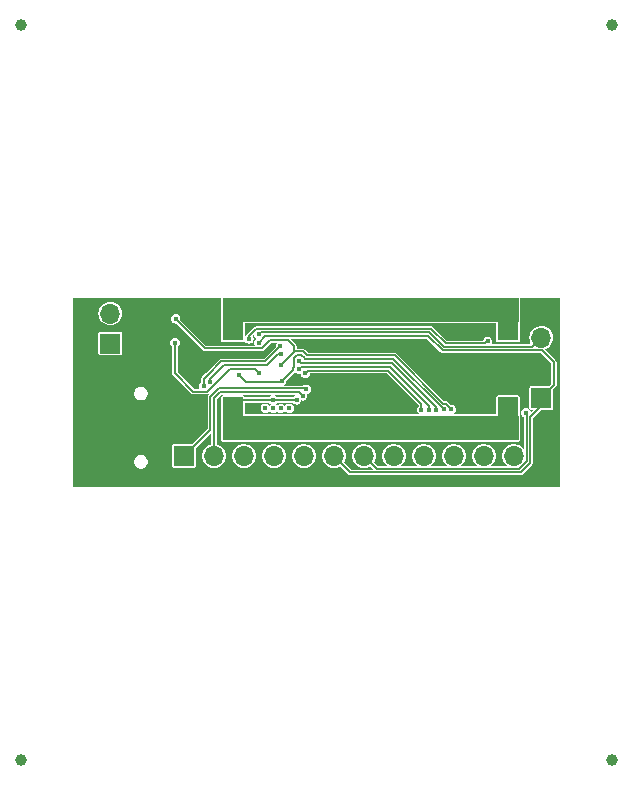
<source format=gbl>
G04 #@! TF.GenerationSoftware,KiCad,Pcbnew,8.0.8*
G04 #@! TF.CreationDate,2025-01-19T18:12:55-05:00*
G04 #@! TF.ProjectId,panel,70616e65-6c2e-46b6-9963-61645f706362,rev?*
G04 #@! TF.SameCoordinates,Original*
G04 #@! TF.FileFunction,Copper,L2,Bot*
G04 #@! TF.FilePolarity,Positive*
%FSLAX46Y46*%
G04 Gerber Fmt 4.6, Leading zero omitted, Abs format (unit mm)*
G04 Created by KiCad (PCBNEW 8.0.8) date 2025-01-19 18:12:55*
%MOMM*%
%LPD*%
G01*
G04 APERTURE LIST*
G04 Aperture macros list*
%AMFreePoly0*
4,1,5,12.500000,-1.000000,-12.500000,-1.000000,-12.500000,1.000000,12.500000,1.000000,12.500000,-1.000000,12.500000,-1.000000,$1*%
G04 Aperture macros list end*
G04 #@! TA.AperFunction,ComponentPad*
%ADD10R,1.700000X1.700000*%
G04 #@! TD*
G04 #@! TA.AperFunction,ComponentPad*
%ADD11O,1.700000X1.700000*%
G04 #@! TD*
G04 #@! TA.AperFunction,ComponentPad*
%ADD12O,2.100000X1.000000*%
G04 #@! TD*
G04 #@! TA.AperFunction,ComponentPad*
%ADD13O,1.800000X1.000000*%
G04 #@! TD*
G04 #@! TA.AperFunction,SMDPad,CuDef*
%ADD14C,1.000000*%
G04 #@! TD*
G04 #@! TA.AperFunction,SMDPad,CuDef*
%ADD15FreePoly0,180.000000*%
G04 #@! TD*
G04 #@! TA.AperFunction,ViaPad*
%ADD16C,0.450000*%
G04 #@! TD*
G04 #@! TA.AperFunction,Conductor*
%ADD17C,0.150000*%
G04 #@! TD*
G04 #@! TA.AperFunction,Conductor*
%ADD18C,0.200000*%
G04 #@! TD*
G04 APERTURE END LIST*
D10*
G04 #@! TO.P,J4,1,Pin_1*
G04 #@! TO.N,Board_0-/AUX1 (VDC)*
X23800000Y-40380000D03*
D11*
G04 #@! TO.P,J4,2,Pin_2*
G04 #@! TO.N,Board_0-/AUX2 (VDC)*
X26340000Y-40380000D03*
G04 #@! TO.P,J4,3,Pin_3*
G04 #@! TO.N,Board_0-/AUX3*
X28880000Y-40380000D03*
G04 #@! TO.P,J4,4,Pin_4*
G04 #@! TO.N,Board_0-/AUX4*
X31420000Y-40380000D03*
G04 #@! TO.P,J4,5,Pin_5*
G04 #@! TO.N,Board_0-/AUX10*
X33960000Y-40380000D03*
G04 #@! TO.P,J4,6,Pin_6*
G04 #@! TO.N,Board_0-/AUX11*
X36500000Y-40380000D03*
G04 #@! TO.P,J4,7,Pin_7*
G04 #@! TO.N,Board_0-/AUX12*
X39040000Y-40380000D03*
G04 #@! TO.P,J4,8,Pin_8*
G04 #@! TO.N,Board_0-/CAP+*
X41580000Y-40380000D03*
G04 #@! TO.P,J4,9,Pin_9*
G04 #@! TO.N,Board_0-/MOTOR_A*
X44120000Y-40380000D03*
G04 #@! TO.P,J4,10,Pin_10*
G04 #@! TO.N,Board_0-/MOTOR_B*
X46660000Y-40380000D03*
G04 #@! TO.P,J4,11,Pin_11*
G04 #@! TO.N,Board_0-VDC*
X49200000Y-40380000D03*
G04 #@! TO.P,J4,12,Pin_12*
G04 #@! TO.N,Board_0-VCC*
X51740000Y-40380000D03*
G04 #@! TO.P,J4,13,Pin_13*
G04 #@! TO.N,Board_0-GND*
X54280000Y-40380000D03*
G04 #@! TD*
D10*
G04 #@! TO.P,J2,1,Pin_1*
G04 #@! TO.N,Board_0-/AUX11*
X54050000Y-35450000D03*
D11*
G04 #@! TO.P,J2,2,Pin_2*
G04 #@! TO.N,Board_0-GND*
X54050000Y-32910000D03*
G04 #@! TO.P,J2,3,Pin_3*
G04 #@! TO.N,Board_0-/AUX12*
X54050000Y-30370000D03*
G04 #@! TD*
D12*
G04 #@! TO.P,P1,S1,SHIELD*
G04 #@! TO.N,Board_0-GND*
X20655000Y-33660000D03*
D13*
X16475000Y-33660000D03*
D12*
X20655000Y-42300000D03*
D13*
X16475000Y-42300000D03*
G04 #@! TD*
D10*
G04 #@! TO.P,J3,1,Pin_1*
G04 #@! TO.N,Board_0-/D+*
X17560000Y-30855000D03*
D11*
G04 #@! TO.P,J3,2,Pin_2*
G04 #@! TO.N,Board_0-/D-*
X17560000Y-28315000D03*
G04 #@! TD*
D14*
G04 #@! TO.P,KiKit_FID_B_1,*
G04 #@! TO.N,*
X10000000Y-3850000D03*
G04 #@! TD*
G04 #@! TO.P,KiKit_FID_B_3,*
G04 #@! TO.N,*
X10000000Y-66150000D03*
G04 #@! TD*
G04 #@! TO.P,KiKit_FID_B_2,*
G04 #@! TO.N,*
X60000000Y-3850000D03*
G04 #@! TD*
G04 #@! TO.P,KiKit_FID_B_4,*
G04 #@! TO.N,*
X60000000Y-66150000D03*
G04 #@! TD*
D10*
G04 #@! TO.P,J8,1,Pin_1*
G04 #@! TO.N,Board_0-/TRACK_LEFT*
X51250000Y-29750000D03*
D15*
X39600000Y-28000000D03*
D10*
X27950000Y-29750000D03*
G04 #@! TO.P,J8,2,Pin_2*
G04 #@! TO.N,Board_0-/TRACK_RIGHT*
X51250000Y-36250000D03*
D15*
X39600000Y-38000000D03*
D10*
X27950000Y-36250000D03*
G04 #@! TD*
D16*
G04 #@! TO.N,Board_0-+5V*
X29290000Y-30460000D03*
X49500000Y-30670000D03*
G04 #@! TO.N,Board_0-/AUX1 (VDC)*
X34150000Y-34730000D03*
G04 #@! TO.N,Board_0-/AUX10*
X23040000Y-30770000D03*
X30170000Y-33380000D03*
G04 #@! TO.N,Board_0-/AUX11*
X30120000Y-30780000D03*
G04 #@! TO.N,Board_0-/AUX12*
X52760000Y-36730000D03*
X30120000Y-30080000D03*
G04 #@! TO.N,Board_0-/AUX2 (VDC)*
X33846481Y-35278041D03*
G04 #@! TO.N,Board_0-/AUX5 (VDC)*
X30690000Y-36340000D03*
G04 #@! TO.N,Board_0-/AUX6 (VDC)*
X31364997Y-36350000D03*
G04 #@! TO.N,Board_0-/AUX7 (VDC)*
X32700000Y-36340000D03*
G04 #@! TO.N,Board_0-/AUX8 (VDC)*
X31990000Y-36350000D03*
G04 #@! TO.N,Board_0-/CAP+*
X34070000Y-33390000D03*
X43910000Y-36450000D03*
G04 #@! TO.N,Board_0-/D+*
X25480000Y-34470000D03*
X31970000Y-31070000D03*
G04 #@! TO.N,Board_0-/D-*
X31980000Y-31740000D03*
X25966724Y-34077917D03*
G04 #@! TO.N,Board_0-/MOTOR_A*
X33540000Y-33010000D03*
X44535003Y-36450000D03*
G04 #@! TO.N,Board_0-/MOTOR_B*
X45160006Y-36450000D03*
X33550000Y-32300000D03*
G04 #@! TO.N,Board_0-/TRACK_RIGHT*
X33330000Y-35630000D03*
X31330000Y-35630000D03*
G04 #@! TO.N,Board_0-GND*
X33840000Y-30950000D03*
X29720000Y-31890000D03*
X24500000Y-35940000D03*
X33610000Y-36310000D03*
G04 #@! TO.N,Board_0-VCC*
X31990000Y-32710000D03*
X46409843Y-36429519D03*
X23100000Y-28770000D03*
G04 #@! TO.N,Board_0-VDC*
X28450000Y-33490000D03*
X45784922Y-36439585D03*
X32060000Y-34070000D03*
G04 #@! TD*
D17*
G04 #@! TO.N,Board_0-+5V*
X45969264Y-30845000D02*
X44729264Y-29605000D01*
X29915000Y-29605000D02*
X29290000Y-30230000D01*
X44729264Y-29605000D02*
X29915000Y-29605000D01*
X49500000Y-30670000D02*
X49325000Y-30845000D01*
X29290000Y-30230000D02*
X29290000Y-30460000D01*
X49325000Y-30845000D02*
X45969264Y-30845000D01*
G04 #@! TO.N,Board_0-/AUX1 (VDC)*
X34070000Y-34650000D02*
X26755736Y-34650000D01*
X34150000Y-34730000D02*
X34070000Y-34650000D01*
X26040000Y-35365736D02*
X26040000Y-38140000D01*
X26755736Y-34650000D02*
X26040000Y-35365736D01*
X26040000Y-38140000D02*
X23800000Y-40380000D01*
G04 #@! TO.N,Board_0-/AUX10*
X29805000Y-33015000D02*
X30170000Y-33380000D01*
X27701393Y-33015000D02*
X29805000Y-33015000D01*
X23040000Y-33380000D02*
X24605000Y-34945000D01*
X23040000Y-30770000D02*
X23040000Y-33380000D01*
X25771393Y-34945000D02*
X27701393Y-33015000D01*
X24605000Y-34945000D02*
X25771393Y-34945000D01*
G04 #@! TO.N,Board_0-/AUX11*
X37875000Y-41755000D02*
X36500000Y-40380000D01*
X30120000Y-30780000D02*
X30695000Y-30205000D01*
X53115000Y-40949544D02*
X52309544Y-41755000D01*
X45698984Y-31445000D02*
X54145000Y-31445000D01*
X44458984Y-30205000D02*
X45698984Y-31445000D01*
X54100000Y-35500000D02*
X54100000Y-36100000D01*
X52309544Y-41755000D02*
X37875000Y-41755000D01*
X54100000Y-36100000D02*
X53115000Y-37085000D01*
X54145000Y-31445000D02*
X55125000Y-32425000D01*
X55125000Y-32425000D02*
X55125000Y-34375000D01*
X30695000Y-30205000D02*
X44458984Y-30205000D01*
X53115000Y-37085000D02*
X53115000Y-40949544D01*
X55125000Y-34375000D02*
X54050000Y-35450000D01*
G04 #@! TO.N,Board_0-/AUX12*
X40115000Y-41455000D02*
X39040000Y-40380000D01*
X30295000Y-29905000D02*
X44583248Y-29905000D01*
X44583248Y-29905000D02*
X45823248Y-31145000D01*
X30120000Y-30080000D02*
X30295000Y-29905000D01*
X52760000Y-36730000D02*
X52815000Y-36785000D01*
X52815000Y-36785000D02*
X52815000Y-40825280D01*
X52185280Y-41455000D02*
X40115000Y-41455000D01*
X52815000Y-40825280D02*
X52185280Y-41455000D01*
X45823248Y-31145000D02*
X53275000Y-31145000D01*
X53275000Y-31145000D02*
X54050000Y-30370000D01*
G04 #@! TO.N,Board_0-/AUX2 (VDC)*
X33518440Y-34950000D02*
X26880000Y-34950000D01*
X33846481Y-35278041D02*
X33518440Y-34950000D01*
X26340000Y-35490000D02*
X26340000Y-40380000D01*
X26880000Y-34950000D02*
X26340000Y-35490000D01*
G04 #@! TO.N,Board_0-/CAP+*
X41112544Y-33145000D02*
X34315000Y-33145000D01*
X34315000Y-33145000D02*
X34070000Y-33390000D01*
X43910000Y-35942456D02*
X41112544Y-33145000D01*
X43910000Y-36450000D02*
X43910000Y-35942456D01*
G04 #@! TO.N,Board_0-/D+*
X25795000Y-33515000D02*
X26940000Y-32370000D01*
X30670000Y-32370000D02*
X31970000Y-31070000D01*
X25480000Y-34470000D02*
X25480000Y-33828248D01*
X26940000Y-32370000D02*
X30670000Y-32370000D01*
X25480000Y-33828248D02*
X25793248Y-33515000D01*
X25793248Y-33515000D02*
X25795000Y-33515000D01*
G04 #@! TO.N,Board_0-/D-*
X31724264Y-31740000D02*
X31980000Y-31740000D01*
X25966724Y-33853276D02*
X27150000Y-32670000D01*
X25966724Y-34077917D02*
X25966724Y-33853276D01*
X27150000Y-32670000D02*
X30794264Y-32670000D01*
X30794264Y-32670000D02*
X31724264Y-31740000D01*
D18*
G04 #@! TO.N,Board_0-/MOTOR_A*
X44535003Y-36107839D02*
X41247164Y-32820000D01*
X33730000Y-32820000D02*
X33540000Y-33010000D01*
X44535003Y-36450000D02*
X44535003Y-36107839D01*
X41247164Y-32820000D02*
X33730000Y-32820000D01*
G04 #@! TO.N,Board_0-/MOTOR_B*
X45160006Y-36237868D02*
X41392138Y-32470000D01*
X33720000Y-32470000D02*
X33550000Y-32300000D01*
X41392138Y-32470000D02*
X33720000Y-32470000D01*
X45160006Y-36450000D02*
X45160006Y-36237868D01*
D17*
G04 #@! TO.N,Board_0-/TRACK_RIGHT*
X31330000Y-35630000D02*
X28570000Y-35630000D01*
X28570000Y-35630000D02*
X27950000Y-36250000D01*
X31330000Y-35630000D02*
X33330000Y-35630000D01*
G04 #@! TO.N,Board_0-VCC*
X33073496Y-31643496D02*
X33118496Y-31598496D01*
X45770607Y-35964585D02*
X45981674Y-35964585D01*
X33871016Y-31525000D02*
X34191016Y-31845000D01*
X32620000Y-30580000D02*
X31070000Y-30580000D01*
X32006992Y-32710000D02*
X33073496Y-31643496D01*
X33073496Y-31643496D02*
X33191992Y-31525000D01*
X41651022Y-31845000D02*
X45770607Y-35964585D01*
X31070000Y-30580000D02*
X30395000Y-31255000D01*
X31990000Y-32710000D02*
X32006992Y-32710000D01*
X34191016Y-31845000D02*
X41651022Y-31845000D01*
X46409843Y-36392754D02*
X46409843Y-36429519D01*
X33191992Y-31525000D02*
X33871016Y-31525000D01*
X45981674Y-35964585D02*
X46409843Y-36392754D01*
X25585000Y-31255000D02*
X23100000Y-28770000D01*
X33118496Y-31078496D02*
X32620000Y-30580000D01*
X30395000Y-31255000D02*
X25585000Y-31255000D01*
X33118496Y-31598496D02*
X33118496Y-31078496D01*
G04 #@! TO.N,Board_0-VDC*
X29040000Y-34080000D02*
X28450000Y-33490000D01*
X33075000Y-32103248D02*
X33353248Y-31825000D01*
X33065000Y-33065000D02*
X33065000Y-32813248D01*
X32060000Y-34070000D02*
X32050000Y-34080000D01*
X32050000Y-34080000D02*
X29040000Y-34080000D01*
X34025000Y-32103248D02*
X34025000Y-32115000D01*
X45784922Y-36403164D02*
X45784922Y-36439585D01*
X34025000Y-32115000D02*
X34055000Y-32145000D01*
X33075000Y-32803248D02*
X33075000Y-32103248D01*
X41526758Y-32145000D02*
X45784922Y-36403164D01*
X34055000Y-32145000D02*
X41526758Y-32145000D01*
X33353248Y-31825000D02*
X33746752Y-31825000D01*
X33065000Y-32813248D02*
X33075000Y-32803248D01*
X33746752Y-31825000D02*
X34025000Y-32103248D01*
X32060000Y-34070000D02*
X33065000Y-33065000D01*
G04 #@! TD*
G04 #@! TA.AperFunction,Conductor*
G04 #@! TO.N,Board_0-GND*
G36*
X26937471Y-27007529D02*
G01*
X26944500Y-27024500D01*
X26944500Y-28999999D01*
X26948682Y-29015608D01*
X26949500Y-29021819D01*
X26949500Y-30614824D01*
X26958232Y-30658722D01*
X26983545Y-30696604D01*
X26991496Y-30708504D01*
X27004704Y-30717329D01*
X27041277Y-30741767D01*
X27084015Y-30750268D01*
X27085180Y-30750500D01*
X27085184Y-30750500D01*
X28814816Y-30750500D01*
X28814820Y-30750500D01*
X28858722Y-30741767D01*
X28908504Y-30708504D01*
X28919015Y-30692772D01*
X28934287Y-30682567D01*
X28952303Y-30686150D01*
X28960355Y-30695212D01*
X28961947Y-30698338D01*
X28961950Y-30698342D01*
X29051658Y-30788050D01*
X29051660Y-30788051D01*
X29051661Y-30788052D01*
X29164693Y-30845645D01*
X29164694Y-30845645D01*
X29164696Y-30845646D01*
X29290000Y-30865492D01*
X29415304Y-30845646D01*
X29528342Y-30788050D01*
X29618050Y-30698342D01*
X29675646Y-30585304D01*
X29695492Y-30460000D01*
X29675646Y-30334696D01*
X29675645Y-30334694D01*
X29675645Y-30334693D01*
X29625695Y-30236661D01*
X29624254Y-30218349D01*
X29630104Y-30208799D01*
X29687274Y-30151630D01*
X29704241Y-30144603D01*
X29721212Y-30151632D01*
X29727945Y-30164848D01*
X29734353Y-30205303D01*
X29734353Y-30205304D01*
X29791947Y-30318338D01*
X29791948Y-30318339D01*
X29791950Y-30318342D01*
X29881658Y-30408050D01*
X29881660Y-30408051D01*
X29881661Y-30408052D01*
X29882769Y-30408617D01*
X29894697Y-30422586D01*
X29893254Y-30440898D01*
X29882769Y-30451383D01*
X29881661Y-30451947D01*
X29791947Y-30541661D01*
X29734354Y-30654693D01*
X29714508Y-30780000D01*
X29734354Y-30905306D01*
X29779854Y-30994604D01*
X29781295Y-31012916D01*
X29769366Y-31026884D01*
X29758470Y-31029500D01*
X25688347Y-31029500D01*
X25671376Y-31022471D01*
X23502299Y-28853394D01*
X23495270Y-28836423D01*
X23495566Y-28832668D01*
X23505492Y-28770002D01*
X23494362Y-28699727D01*
X23485646Y-28644696D01*
X23485645Y-28644694D01*
X23485645Y-28644693D01*
X23428052Y-28531661D01*
X23428051Y-28531660D01*
X23428050Y-28531658D01*
X23338342Y-28441950D01*
X23338339Y-28441948D01*
X23338338Y-28441947D01*
X23225306Y-28384354D01*
X23100000Y-28364508D01*
X22974693Y-28384354D01*
X22861661Y-28441947D01*
X22771947Y-28531661D01*
X22714354Y-28644693D01*
X22694508Y-28770000D01*
X22714354Y-28895306D01*
X22771947Y-29008338D01*
X22771948Y-29008339D01*
X22771950Y-29008342D01*
X22861658Y-29098050D01*
X22861660Y-29098051D01*
X22861661Y-29098052D01*
X22974693Y-29155645D01*
X22974694Y-29155645D01*
X22974696Y-29155646D01*
X23100000Y-29175492D01*
X23100000Y-29175491D01*
X23100002Y-29175492D01*
X23100003Y-29175492D01*
X23138567Y-29169383D01*
X23162668Y-29165566D01*
X23180530Y-29169853D01*
X23183394Y-29172299D01*
X25392459Y-31381364D01*
X25392472Y-31381379D01*
X25428065Y-31416971D01*
X25457264Y-31446170D01*
X25491595Y-31460390D01*
X25540145Y-31480501D01*
X25540146Y-31480501D01*
X25632645Y-31480501D01*
X25632653Y-31480500D01*
X30347347Y-31480500D01*
X30347355Y-31480501D01*
X30350145Y-31480501D01*
X30439856Y-31480501D01*
X30513052Y-31450181D01*
X30522736Y-31446170D01*
X30586170Y-31382736D01*
X30586170Y-31382734D01*
X31156376Y-30812529D01*
X31173347Y-30805500D01*
X31616113Y-30805500D01*
X31633084Y-30812529D01*
X31640113Y-30829500D01*
X31637497Y-30840396D01*
X31584354Y-30944693D01*
X31564508Y-31070000D01*
X31574433Y-31132669D01*
X31570144Y-31150530D01*
X31567699Y-31153394D01*
X30583624Y-32137471D01*
X30566653Y-32144500D01*
X26987653Y-32144500D01*
X26987645Y-32144499D01*
X26984855Y-32144499D01*
X26895146Y-32144499D01*
X26895145Y-32144499D01*
X26862304Y-32158103D01*
X26862303Y-32158103D01*
X26812265Y-32178828D01*
X26748829Y-32242263D01*
X26748830Y-32242264D01*
X26748829Y-32242265D01*
X25671877Y-33319216D01*
X25667312Y-33322270D01*
X25667477Y-33322517D01*
X25665510Y-33323831D01*
X25602077Y-33387263D01*
X25602078Y-33387264D01*
X25602077Y-33387265D01*
X25352265Y-33637077D01*
X25352264Y-33637078D01*
X25352263Y-33637077D01*
X25288830Y-33700511D01*
X25285709Y-33708048D01*
X25285708Y-33708050D01*
X25254499Y-33783392D01*
X25254499Y-33875892D01*
X25254500Y-33875901D01*
X25254500Y-34120699D01*
X25247471Y-34137670D01*
X25243158Y-34140804D01*
X25243185Y-34140841D01*
X25241660Y-34141948D01*
X25151947Y-34231661D01*
X25094354Y-34344693D01*
X25074508Y-34470000D01*
X25094354Y-34595306D01*
X25139854Y-34684604D01*
X25141295Y-34702916D01*
X25129366Y-34716884D01*
X25118470Y-34719500D01*
X24708347Y-34719500D01*
X24691376Y-34712471D01*
X23272529Y-33293624D01*
X23265500Y-33276653D01*
X23265500Y-31119300D01*
X23272529Y-31102329D01*
X23276840Y-31099198D01*
X23276813Y-31099160D01*
X23278334Y-31098054D01*
X23278342Y-31098050D01*
X23368050Y-31008342D01*
X23425646Y-30895304D01*
X23445492Y-30770000D01*
X23425646Y-30644696D01*
X23425645Y-30644694D01*
X23425645Y-30644693D01*
X23368052Y-30531661D01*
X23368051Y-30531660D01*
X23368050Y-30531658D01*
X23278342Y-30441950D01*
X23278339Y-30441948D01*
X23278338Y-30441947D01*
X23165306Y-30384354D01*
X23040000Y-30364508D01*
X22914693Y-30384354D01*
X22801661Y-30441947D01*
X22711947Y-30531661D01*
X22654354Y-30644693D01*
X22634508Y-30770000D01*
X22654354Y-30895306D01*
X22711947Y-31008338D01*
X22711948Y-31008339D01*
X22711950Y-31008342D01*
X22801658Y-31098050D01*
X22801662Y-31098052D01*
X22803187Y-31099160D01*
X22802850Y-31099623D01*
X22813323Y-31111877D01*
X22814500Y-31119300D01*
X22814500Y-33333203D01*
X22814499Y-33333217D01*
X22814499Y-33424855D01*
X22822904Y-33445145D01*
X22822904Y-33445146D01*
X22848828Y-33507733D01*
X22848829Y-33507734D01*
X22848830Y-33507736D01*
X22912264Y-33571170D01*
X22912265Y-33571170D01*
X24412459Y-35071364D01*
X24412472Y-35071379D01*
X24477265Y-35136171D01*
X24560144Y-35170500D01*
X24560145Y-35170500D01*
X25723740Y-35170500D01*
X25723748Y-35170501D01*
X25726538Y-35170501D01*
X25816249Y-35170501D01*
X25874853Y-35146225D01*
X25875632Y-35145902D01*
X25893999Y-35145906D01*
X25906985Y-35158897D01*
X25906981Y-35177266D01*
X25901781Y-35185047D01*
X25848833Y-35237996D01*
X25848831Y-35237998D01*
X25848830Y-35238000D01*
X25840449Y-35258232D01*
X25840449Y-35258233D01*
X25814499Y-35320880D01*
X25814499Y-35413380D01*
X25814500Y-35413389D01*
X25814500Y-38036652D01*
X25807471Y-38053623D01*
X24488624Y-39372471D01*
X24471653Y-39379500D01*
X22935175Y-39379500D01*
X22891277Y-39388232D01*
X22841498Y-39421494D01*
X22841494Y-39421498D01*
X22808232Y-39471277D01*
X22799500Y-39515175D01*
X22799500Y-41244824D01*
X22808232Y-41288722D01*
X22836157Y-41330514D01*
X22841496Y-41338504D01*
X22858165Y-41349642D01*
X22891277Y-41371767D01*
X22934015Y-41380268D01*
X22935180Y-41380500D01*
X22935184Y-41380500D01*
X24664816Y-41380500D01*
X24664820Y-41380500D01*
X24708722Y-41371767D01*
X24758504Y-41338504D01*
X24791767Y-41288722D01*
X24800500Y-41244820D01*
X24800500Y-39708347D01*
X24807529Y-39691376D01*
X26073529Y-38425376D01*
X26090500Y-38418347D01*
X26107471Y-38425376D01*
X26114500Y-38442347D01*
X26114500Y-39385084D01*
X26107471Y-39402055D01*
X26097467Y-39408050D01*
X25955273Y-39451185D01*
X25781464Y-39544089D01*
X25781453Y-39544096D01*
X25629125Y-39669109D01*
X25629109Y-39669125D01*
X25504096Y-39821453D01*
X25504091Y-39821460D01*
X25504090Y-39821462D01*
X25411186Y-39995273D01*
X25387205Y-40074326D01*
X25353974Y-40183871D01*
X25334659Y-40379995D01*
X25334659Y-40380004D01*
X25353974Y-40576128D01*
X25375736Y-40647865D01*
X25411186Y-40764727D01*
X25504090Y-40938538D01*
X25504094Y-40938542D01*
X25504096Y-40938546D01*
X25629109Y-41090874D01*
X25629112Y-41090877D01*
X25629117Y-41090883D01*
X25629122Y-41090887D01*
X25629125Y-41090890D01*
X25768777Y-41205500D01*
X25781462Y-41215910D01*
X25955273Y-41308814D01*
X26134830Y-41363282D01*
X26143871Y-41366025D01*
X26339995Y-41385341D01*
X26340000Y-41385341D01*
X26340005Y-41385341D01*
X26536128Y-41366025D01*
X26536130Y-41366024D01*
X26536132Y-41366024D01*
X26724727Y-41308814D01*
X26898538Y-41215910D01*
X27050883Y-41090883D01*
X27175910Y-40938538D01*
X27268814Y-40764727D01*
X27326024Y-40576132D01*
X27326024Y-40576130D01*
X27326025Y-40576128D01*
X27345341Y-40380004D01*
X27345341Y-40379995D01*
X27874659Y-40379995D01*
X27874659Y-40380004D01*
X27893974Y-40576128D01*
X27915736Y-40647865D01*
X27951186Y-40764727D01*
X28044090Y-40938538D01*
X28044094Y-40938542D01*
X28044096Y-40938546D01*
X28169109Y-41090874D01*
X28169112Y-41090877D01*
X28169117Y-41090883D01*
X28169122Y-41090887D01*
X28169125Y-41090890D01*
X28308777Y-41205500D01*
X28321462Y-41215910D01*
X28495273Y-41308814D01*
X28674830Y-41363282D01*
X28683871Y-41366025D01*
X28879995Y-41385341D01*
X28880000Y-41385341D01*
X28880005Y-41385341D01*
X29076128Y-41366025D01*
X29076130Y-41366024D01*
X29076132Y-41366024D01*
X29264727Y-41308814D01*
X29438538Y-41215910D01*
X29590883Y-41090883D01*
X29715910Y-40938538D01*
X29808814Y-40764727D01*
X29866024Y-40576132D01*
X29866024Y-40576130D01*
X29866025Y-40576128D01*
X29885341Y-40380004D01*
X29885341Y-40379995D01*
X30414659Y-40379995D01*
X30414659Y-40380004D01*
X30433974Y-40576128D01*
X30455736Y-40647865D01*
X30491186Y-40764727D01*
X30584090Y-40938538D01*
X30584094Y-40938542D01*
X30584096Y-40938546D01*
X30709109Y-41090874D01*
X30709112Y-41090877D01*
X30709117Y-41090883D01*
X30709122Y-41090887D01*
X30709125Y-41090890D01*
X30848777Y-41205500D01*
X30861462Y-41215910D01*
X31035273Y-41308814D01*
X31214830Y-41363282D01*
X31223871Y-41366025D01*
X31419995Y-41385341D01*
X31420000Y-41385341D01*
X31420005Y-41385341D01*
X31616128Y-41366025D01*
X31616130Y-41366024D01*
X31616132Y-41366024D01*
X31804727Y-41308814D01*
X31978538Y-41215910D01*
X32130883Y-41090883D01*
X32255910Y-40938538D01*
X32348814Y-40764727D01*
X32406024Y-40576132D01*
X32406024Y-40576130D01*
X32406025Y-40576128D01*
X32425341Y-40380004D01*
X32425341Y-40379995D01*
X32954659Y-40379995D01*
X32954659Y-40380004D01*
X32973974Y-40576128D01*
X32995736Y-40647865D01*
X33031186Y-40764727D01*
X33124090Y-40938538D01*
X33124094Y-40938542D01*
X33124096Y-40938546D01*
X33249109Y-41090874D01*
X33249112Y-41090877D01*
X33249117Y-41090883D01*
X33249122Y-41090887D01*
X33249125Y-41090890D01*
X33388777Y-41205500D01*
X33401462Y-41215910D01*
X33575273Y-41308814D01*
X33754830Y-41363282D01*
X33763871Y-41366025D01*
X33959995Y-41385341D01*
X33960000Y-41385341D01*
X33960005Y-41385341D01*
X34156128Y-41366025D01*
X34156130Y-41366024D01*
X34156132Y-41366024D01*
X34344727Y-41308814D01*
X34518538Y-41215910D01*
X34670883Y-41090883D01*
X34795910Y-40938538D01*
X34888814Y-40764727D01*
X34946024Y-40576132D01*
X34946024Y-40576130D01*
X34946025Y-40576128D01*
X34965341Y-40380004D01*
X34965341Y-40379995D01*
X34946025Y-40183871D01*
X34943282Y-40174830D01*
X34888814Y-39995273D01*
X34795910Y-39821462D01*
X34774149Y-39794946D01*
X34670890Y-39669125D01*
X34670885Y-39669120D01*
X34670883Y-39669117D01*
X34670877Y-39669112D01*
X34670874Y-39669109D01*
X34518546Y-39544096D01*
X34518542Y-39544094D01*
X34518538Y-39544090D01*
X34344727Y-39451186D01*
X34235185Y-39417956D01*
X34156128Y-39393974D01*
X33960005Y-39374659D01*
X33959995Y-39374659D01*
X33763871Y-39393974D01*
X33654326Y-39427205D01*
X33575273Y-39451186D01*
X33575269Y-39451187D01*
X33575269Y-39451188D01*
X33401464Y-39544089D01*
X33401453Y-39544096D01*
X33249125Y-39669109D01*
X33249109Y-39669125D01*
X33124096Y-39821453D01*
X33124091Y-39821460D01*
X33124090Y-39821462D01*
X33031186Y-39995273D01*
X33007205Y-40074326D01*
X32973974Y-40183871D01*
X32954659Y-40379995D01*
X32425341Y-40379995D01*
X32406025Y-40183871D01*
X32403282Y-40174830D01*
X32348814Y-39995273D01*
X32255910Y-39821462D01*
X32234149Y-39794946D01*
X32130890Y-39669125D01*
X32130885Y-39669120D01*
X32130883Y-39669117D01*
X32130877Y-39669112D01*
X32130874Y-39669109D01*
X31978546Y-39544096D01*
X31978542Y-39544094D01*
X31978538Y-39544090D01*
X31804727Y-39451186D01*
X31695185Y-39417956D01*
X31616128Y-39393974D01*
X31420005Y-39374659D01*
X31419995Y-39374659D01*
X31223871Y-39393974D01*
X31114326Y-39427205D01*
X31035273Y-39451186D01*
X31035269Y-39451187D01*
X31035269Y-39451188D01*
X30861464Y-39544089D01*
X30861453Y-39544096D01*
X30709125Y-39669109D01*
X30709109Y-39669125D01*
X30584096Y-39821453D01*
X30584091Y-39821460D01*
X30584090Y-39821462D01*
X30491186Y-39995273D01*
X30467205Y-40074326D01*
X30433974Y-40183871D01*
X30414659Y-40379995D01*
X29885341Y-40379995D01*
X29866025Y-40183871D01*
X29863282Y-40174830D01*
X29808814Y-39995273D01*
X29715910Y-39821462D01*
X29694149Y-39794946D01*
X29590890Y-39669125D01*
X29590885Y-39669120D01*
X29590883Y-39669117D01*
X29590877Y-39669112D01*
X29590874Y-39669109D01*
X29438546Y-39544096D01*
X29438542Y-39544094D01*
X29438538Y-39544090D01*
X29264727Y-39451186D01*
X29155185Y-39417956D01*
X29076128Y-39393974D01*
X28880005Y-39374659D01*
X28879995Y-39374659D01*
X28683871Y-39393974D01*
X28574326Y-39427205D01*
X28495273Y-39451186D01*
X28495269Y-39451187D01*
X28495269Y-39451188D01*
X28321464Y-39544089D01*
X28321453Y-39544096D01*
X28169125Y-39669109D01*
X28169109Y-39669125D01*
X28044096Y-39821453D01*
X28044091Y-39821460D01*
X28044090Y-39821462D01*
X27951186Y-39995273D01*
X27927205Y-40074326D01*
X27893974Y-40183871D01*
X27874659Y-40379995D01*
X27345341Y-40379995D01*
X27326025Y-40183871D01*
X27323282Y-40174830D01*
X27268814Y-39995273D01*
X27175910Y-39821462D01*
X27154149Y-39794946D01*
X27050890Y-39669125D01*
X27050885Y-39669120D01*
X27050883Y-39669117D01*
X27050877Y-39669112D01*
X27050874Y-39669109D01*
X26898546Y-39544096D01*
X26898542Y-39544094D01*
X26898538Y-39544090D01*
X26800408Y-39491638D01*
X26724726Y-39451185D01*
X26582533Y-39408050D01*
X26568334Y-39396397D01*
X26565500Y-39385084D01*
X26565500Y-35593347D01*
X26572529Y-35576376D01*
X26966377Y-35182529D01*
X26983348Y-35175500D01*
X33415093Y-35175500D01*
X33432064Y-35182529D01*
X33444180Y-35194645D01*
X33451209Y-35211616D01*
X33450914Y-35215370D01*
X33450298Y-35219260D01*
X33440700Y-35234922D01*
X33422839Y-35239211D01*
X33330000Y-35224508D01*
X33204693Y-35244354D01*
X33091661Y-35301947D01*
X33001950Y-35391658D01*
X33000840Y-35393187D01*
X33000376Y-35392850D01*
X32988123Y-35403323D01*
X32980700Y-35404500D01*
X31679300Y-35404500D01*
X31662329Y-35397471D01*
X31659198Y-35393159D01*
X31659160Y-35393187D01*
X31658052Y-35391662D01*
X31658050Y-35391658D01*
X31568342Y-35301950D01*
X31568339Y-35301948D01*
X31568338Y-35301947D01*
X31455306Y-35244354D01*
X31330000Y-35224508D01*
X31204693Y-35244354D01*
X31091661Y-35301947D01*
X31001950Y-35391658D01*
X31000840Y-35393187D01*
X31000376Y-35392850D01*
X30988123Y-35403323D01*
X30980700Y-35404500D01*
X28974039Y-35404500D01*
X28957068Y-35397471D01*
X28950500Y-35385182D01*
X28941767Y-35341277D01*
X28908505Y-35291498D01*
X28908504Y-35291496D01*
X28908277Y-35291344D01*
X28858722Y-35258232D01*
X28814824Y-35249500D01*
X28814820Y-35249500D01*
X27085180Y-35249500D01*
X27085175Y-35249500D01*
X27041277Y-35258232D01*
X26991498Y-35291494D01*
X26991494Y-35291498D01*
X26958232Y-35341277D01*
X26949500Y-35385175D01*
X26949500Y-36978180D01*
X26948682Y-36984391D01*
X26944500Y-37000000D01*
X26944500Y-39000000D01*
X26965333Y-39077750D01*
X27022250Y-39134667D01*
X27100000Y-39155500D01*
X27100001Y-39155500D01*
X52099999Y-39155500D01*
X52100000Y-39155500D01*
X52177750Y-39134667D01*
X52234667Y-39077750D01*
X52255500Y-39000000D01*
X52255500Y-37000000D01*
X52251318Y-36984391D01*
X52250500Y-36978180D01*
X52250500Y-35385182D01*
X52250499Y-35385175D01*
X52241767Y-35341277D01*
X52208505Y-35291498D01*
X52208504Y-35291496D01*
X52208277Y-35291344D01*
X52158722Y-35258232D01*
X52114824Y-35249500D01*
X52114820Y-35249500D01*
X50385180Y-35249500D01*
X50385175Y-35249500D01*
X50341277Y-35258232D01*
X50291498Y-35291494D01*
X50291494Y-35291498D01*
X50258232Y-35341277D01*
X50249500Y-35385175D01*
X50249500Y-36820500D01*
X50242471Y-36837471D01*
X50225500Y-36844500D01*
X46577542Y-36844500D01*
X46560571Y-36837471D01*
X46553542Y-36820500D01*
X46560571Y-36803529D01*
X46566646Y-36799116D01*
X46648181Y-36757571D01*
X46648180Y-36757571D01*
X46648185Y-36757569D01*
X46737893Y-36667861D01*
X46795489Y-36554823D01*
X46815335Y-36429519D01*
X46795489Y-36304215D01*
X46795488Y-36304213D01*
X46795488Y-36304212D01*
X46737895Y-36191180D01*
X46737894Y-36191179D01*
X46737893Y-36191177D01*
X46648185Y-36101469D01*
X46648182Y-36101467D01*
X46648181Y-36101466D01*
X46535149Y-36043873D01*
X46440181Y-36028832D01*
X46409843Y-36024027D01*
X46409842Y-36024027D01*
X46378910Y-36028925D01*
X46361049Y-36024636D01*
X46358186Y-36022191D01*
X46172844Y-35836850D01*
X46172844Y-35836849D01*
X46109410Y-35773415D01*
X46085134Y-35763359D01*
X46026530Y-35739084D01*
X46026529Y-35739084D01*
X45936819Y-35739084D01*
X45934029Y-35739084D01*
X45934021Y-35739085D01*
X45873954Y-35739085D01*
X45856983Y-35732056D01*
X41842192Y-31717265D01*
X41842192Y-31717264D01*
X41778758Y-31653830D01*
X41778756Y-31653829D01*
X41778755Y-31653828D01*
X41753457Y-31643350D01*
X41695878Y-31619499D01*
X41695877Y-31619499D01*
X41606167Y-31619499D01*
X41603377Y-31619499D01*
X41603369Y-31619500D01*
X34294364Y-31619500D01*
X34277393Y-31612471D01*
X34062186Y-31397265D01*
X34062186Y-31397264D01*
X33998752Y-31333830D01*
X33974476Y-31323774D01*
X33966374Y-31320418D01*
X33915872Y-31299499D01*
X33915871Y-31299499D01*
X33826161Y-31299499D01*
X33823371Y-31299499D01*
X33823363Y-31299500D01*
X33367996Y-31299500D01*
X33351025Y-31292471D01*
X33343996Y-31275500D01*
X33343996Y-31126149D01*
X33343997Y-31126140D01*
X33343997Y-31033641D01*
X33320772Y-30977573D01*
X33320772Y-30977572D01*
X33309667Y-30950760D01*
X33244875Y-30885968D01*
X33244860Y-30885955D01*
X32830376Y-30471471D01*
X32823347Y-30454500D01*
X32830376Y-30437529D01*
X32847347Y-30430500D01*
X44355637Y-30430500D01*
X44372608Y-30437529D01*
X45506443Y-31571364D01*
X45506456Y-31571379D01*
X45547549Y-31612471D01*
X45571248Y-31636170D01*
X45588585Y-31643351D01*
X45654129Y-31670501D01*
X45654130Y-31670501D01*
X45746629Y-31670501D01*
X45746637Y-31670500D01*
X54041653Y-31670500D01*
X54058624Y-31677529D01*
X54892471Y-32511376D01*
X54899500Y-32528347D01*
X54899500Y-34271653D01*
X54892471Y-34288624D01*
X54738624Y-34442471D01*
X54721653Y-34449500D01*
X53185175Y-34449500D01*
X53141277Y-34458232D01*
X53091498Y-34491494D01*
X53091494Y-34491498D01*
X53058232Y-34541277D01*
X53049500Y-34585175D01*
X53049500Y-36314824D01*
X53058232Y-36358722D01*
X53087115Y-36401947D01*
X53091496Y-36408504D01*
X53108165Y-36419642D01*
X53141277Y-36441767D01*
X53182666Y-36450000D01*
X53185180Y-36450500D01*
X53372653Y-36450500D01*
X53389624Y-36457529D01*
X53396653Y-36474500D01*
X53389624Y-36491471D01*
X53389623Y-36491471D01*
X53196829Y-36684263D01*
X53179859Y-36691292D01*
X53162888Y-36684262D01*
X53156154Y-36671046D01*
X53155680Y-36668051D01*
X53145646Y-36604696D01*
X53145645Y-36604694D01*
X53145645Y-36604693D01*
X53088052Y-36491661D01*
X53088051Y-36491660D01*
X53088050Y-36491658D01*
X52998342Y-36401950D01*
X52998339Y-36401948D01*
X52998338Y-36401947D01*
X52885306Y-36344354D01*
X52760000Y-36324508D01*
X52634693Y-36344354D01*
X52521661Y-36401947D01*
X52431947Y-36491661D01*
X52374354Y-36604693D01*
X52354508Y-36730000D01*
X52374354Y-36855306D01*
X52431947Y-36968338D01*
X52431948Y-36968339D01*
X52431950Y-36968342D01*
X52521658Y-37058050D01*
X52521660Y-37058051D01*
X52521662Y-37058053D01*
X52576395Y-37085940D01*
X52588325Y-37099907D01*
X52589500Y-37107324D01*
X52589500Y-39770946D01*
X52582471Y-39787917D01*
X52565500Y-39794946D01*
X52548529Y-39787917D01*
X52546948Y-39786172D01*
X52474919Y-39698405D01*
X52450883Y-39669117D01*
X52450877Y-39669112D01*
X52450874Y-39669109D01*
X52298546Y-39544096D01*
X52298542Y-39544094D01*
X52298538Y-39544090D01*
X52124727Y-39451186D01*
X52015185Y-39417956D01*
X51936128Y-39393974D01*
X51740005Y-39374659D01*
X51739995Y-39374659D01*
X51543871Y-39393974D01*
X51434326Y-39427205D01*
X51355273Y-39451186D01*
X51355269Y-39451187D01*
X51355269Y-39451188D01*
X51181464Y-39544089D01*
X51181453Y-39544096D01*
X51029125Y-39669109D01*
X51029109Y-39669125D01*
X50904096Y-39821453D01*
X50904091Y-39821460D01*
X50904090Y-39821462D01*
X50811186Y-39995273D01*
X50787205Y-40074326D01*
X50753974Y-40183871D01*
X50734659Y-40379995D01*
X50734659Y-40380004D01*
X50753974Y-40576128D01*
X50775736Y-40647865D01*
X50811186Y-40764727D01*
X50904090Y-40938538D01*
X50904094Y-40938542D01*
X50904096Y-40938546D01*
X51029109Y-41090874D01*
X51029112Y-41090877D01*
X51029117Y-41090883D01*
X51146172Y-41186948D01*
X51154830Y-41203148D01*
X51149498Y-41220726D01*
X51133298Y-41229384D01*
X51130946Y-41229500D01*
X49809054Y-41229500D01*
X49792083Y-41222471D01*
X49785054Y-41205500D01*
X49792083Y-41188529D01*
X49793828Y-41186948D01*
X49910883Y-41090883D01*
X50035910Y-40938538D01*
X50128814Y-40764727D01*
X50186024Y-40576132D01*
X50186024Y-40576130D01*
X50186025Y-40576128D01*
X50205341Y-40380004D01*
X50205341Y-40379995D01*
X50186025Y-40183871D01*
X50183282Y-40174830D01*
X50128814Y-39995273D01*
X50035910Y-39821462D01*
X50014149Y-39794946D01*
X49910890Y-39669125D01*
X49910885Y-39669120D01*
X49910883Y-39669117D01*
X49910877Y-39669112D01*
X49910874Y-39669109D01*
X49758546Y-39544096D01*
X49758542Y-39544094D01*
X49758538Y-39544090D01*
X49584727Y-39451186D01*
X49475185Y-39417956D01*
X49396128Y-39393974D01*
X49200005Y-39374659D01*
X49199995Y-39374659D01*
X49003871Y-39393974D01*
X48894326Y-39427205D01*
X48815273Y-39451186D01*
X48815269Y-39451187D01*
X48815269Y-39451188D01*
X48641464Y-39544089D01*
X48641453Y-39544096D01*
X48489125Y-39669109D01*
X48489109Y-39669125D01*
X48364096Y-39821453D01*
X48364091Y-39821460D01*
X48364090Y-39821462D01*
X48271186Y-39995273D01*
X48247205Y-40074326D01*
X48213974Y-40183871D01*
X48194659Y-40379995D01*
X48194659Y-40380004D01*
X48213974Y-40576128D01*
X48235736Y-40647865D01*
X48271186Y-40764727D01*
X48364090Y-40938538D01*
X48364094Y-40938542D01*
X48364096Y-40938546D01*
X48489109Y-41090874D01*
X48489112Y-41090877D01*
X48489117Y-41090883D01*
X48606172Y-41186948D01*
X48614830Y-41203148D01*
X48609498Y-41220726D01*
X48593298Y-41229384D01*
X48590946Y-41229500D01*
X47269054Y-41229500D01*
X47252083Y-41222471D01*
X47245054Y-41205500D01*
X47252083Y-41188529D01*
X47253828Y-41186948D01*
X47370883Y-41090883D01*
X47495910Y-40938538D01*
X47588814Y-40764727D01*
X47646024Y-40576132D01*
X47646024Y-40576130D01*
X47646025Y-40576128D01*
X47665341Y-40380004D01*
X47665341Y-40379995D01*
X47646025Y-40183871D01*
X47643282Y-40174830D01*
X47588814Y-39995273D01*
X47495910Y-39821462D01*
X47474149Y-39794946D01*
X47370890Y-39669125D01*
X47370885Y-39669120D01*
X47370883Y-39669117D01*
X47370877Y-39669112D01*
X47370874Y-39669109D01*
X47218546Y-39544096D01*
X47218542Y-39544094D01*
X47218538Y-39544090D01*
X47044727Y-39451186D01*
X46935185Y-39417956D01*
X46856128Y-39393974D01*
X46660005Y-39374659D01*
X46659995Y-39374659D01*
X46463871Y-39393974D01*
X46354326Y-39427205D01*
X46275273Y-39451186D01*
X46275269Y-39451187D01*
X46275269Y-39451188D01*
X46101464Y-39544089D01*
X46101453Y-39544096D01*
X45949125Y-39669109D01*
X45949109Y-39669125D01*
X45824096Y-39821453D01*
X45824091Y-39821460D01*
X45824090Y-39821462D01*
X45731186Y-39995273D01*
X45707205Y-40074326D01*
X45673974Y-40183871D01*
X45654659Y-40379995D01*
X45654659Y-40380004D01*
X45673974Y-40576128D01*
X45695736Y-40647865D01*
X45731186Y-40764727D01*
X45824090Y-40938538D01*
X45824094Y-40938542D01*
X45824096Y-40938546D01*
X45949109Y-41090874D01*
X45949112Y-41090877D01*
X45949117Y-41090883D01*
X46066172Y-41186948D01*
X46074830Y-41203148D01*
X46069498Y-41220726D01*
X46053298Y-41229384D01*
X46050946Y-41229500D01*
X44729054Y-41229500D01*
X44712083Y-41222471D01*
X44705054Y-41205500D01*
X44712083Y-41188529D01*
X44713828Y-41186948D01*
X44830883Y-41090883D01*
X44955910Y-40938538D01*
X45048814Y-40764727D01*
X45106024Y-40576132D01*
X45106024Y-40576130D01*
X45106025Y-40576128D01*
X45125341Y-40380004D01*
X45125341Y-40379995D01*
X45106025Y-40183871D01*
X45103282Y-40174830D01*
X45048814Y-39995273D01*
X44955910Y-39821462D01*
X44934149Y-39794946D01*
X44830890Y-39669125D01*
X44830885Y-39669120D01*
X44830883Y-39669117D01*
X44830877Y-39669112D01*
X44830874Y-39669109D01*
X44678546Y-39544096D01*
X44678542Y-39544094D01*
X44678538Y-39544090D01*
X44504727Y-39451186D01*
X44395185Y-39417956D01*
X44316128Y-39393974D01*
X44120005Y-39374659D01*
X44119995Y-39374659D01*
X43923871Y-39393974D01*
X43814326Y-39427205D01*
X43735273Y-39451186D01*
X43735269Y-39451187D01*
X43735269Y-39451188D01*
X43561464Y-39544089D01*
X43561453Y-39544096D01*
X43409125Y-39669109D01*
X43409109Y-39669125D01*
X43284096Y-39821453D01*
X43284091Y-39821460D01*
X43284090Y-39821462D01*
X43191186Y-39995273D01*
X43167205Y-40074326D01*
X43133974Y-40183871D01*
X43114659Y-40379995D01*
X43114659Y-40380004D01*
X43133974Y-40576128D01*
X43155736Y-40647865D01*
X43191186Y-40764727D01*
X43284090Y-40938538D01*
X43284094Y-40938542D01*
X43284096Y-40938546D01*
X43409109Y-41090874D01*
X43409112Y-41090877D01*
X43409117Y-41090883D01*
X43526172Y-41186948D01*
X43534830Y-41203148D01*
X43529498Y-41220726D01*
X43513298Y-41229384D01*
X43510946Y-41229500D01*
X42189054Y-41229500D01*
X42172083Y-41222471D01*
X42165054Y-41205500D01*
X42172083Y-41188529D01*
X42173828Y-41186948D01*
X42290883Y-41090883D01*
X42415910Y-40938538D01*
X42508814Y-40764727D01*
X42566024Y-40576132D01*
X42566024Y-40576130D01*
X42566025Y-40576128D01*
X42585341Y-40380004D01*
X42585341Y-40379995D01*
X42566025Y-40183871D01*
X42563282Y-40174830D01*
X42508814Y-39995273D01*
X42415910Y-39821462D01*
X42394149Y-39794946D01*
X42290890Y-39669125D01*
X42290885Y-39669120D01*
X42290883Y-39669117D01*
X42290877Y-39669112D01*
X42290874Y-39669109D01*
X42138546Y-39544096D01*
X42138542Y-39544094D01*
X42138538Y-39544090D01*
X41964727Y-39451186D01*
X41855185Y-39417956D01*
X41776128Y-39393974D01*
X41580005Y-39374659D01*
X41579995Y-39374659D01*
X41383871Y-39393974D01*
X41274326Y-39427205D01*
X41195273Y-39451186D01*
X41195269Y-39451187D01*
X41195269Y-39451188D01*
X41021464Y-39544089D01*
X41021453Y-39544096D01*
X40869125Y-39669109D01*
X40869109Y-39669125D01*
X40744096Y-39821453D01*
X40744091Y-39821460D01*
X40744090Y-39821462D01*
X40651186Y-39995273D01*
X40627205Y-40074326D01*
X40593974Y-40183871D01*
X40574659Y-40379995D01*
X40574659Y-40380004D01*
X40593974Y-40576128D01*
X40615736Y-40647865D01*
X40651186Y-40764727D01*
X40744090Y-40938538D01*
X40744094Y-40938542D01*
X40744096Y-40938546D01*
X40869109Y-41090874D01*
X40869112Y-41090877D01*
X40869117Y-41090883D01*
X40986172Y-41186948D01*
X40994830Y-41203148D01*
X40989498Y-41220726D01*
X40973298Y-41229384D01*
X40970946Y-41229500D01*
X40218347Y-41229500D01*
X40201376Y-41222471D01*
X39902963Y-40924058D01*
X39895934Y-40907087D01*
X39898768Y-40895773D01*
X39968814Y-40764727D01*
X40026024Y-40576132D01*
X40026024Y-40576130D01*
X40026025Y-40576128D01*
X40045341Y-40380004D01*
X40045341Y-40379995D01*
X40026025Y-40183871D01*
X40023282Y-40174830D01*
X39968814Y-39995273D01*
X39875910Y-39821462D01*
X39854149Y-39794946D01*
X39750890Y-39669125D01*
X39750885Y-39669120D01*
X39750883Y-39669117D01*
X39750877Y-39669112D01*
X39750874Y-39669109D01*
X39598546Y-39544096D01*
X39598542Y-39544094D01*
X39598538Y-39544090D01*
X39424727Y-39451186D01*
X39315185Y-39417956D01*
X39236128Y-39393974D01*
X39040005Y-39374659D01*
X39039995Y-39374659D01*
X38843871Y-39393974D01*
X38734326Y-39427205D01*
X38655273Y-39451186D01*
X38655269Y-39451187D01*
X38655269Y-39451188D01*
X38481464Y-39544089D01*
X38481453Y-39544096D01*
X38329125Y-39669109D01*
X38329109Y-39669125D01*
X38204096Y-39821453D01*
X38204091Y-39821460D01*
X38204090Y-39821462D01*
X38111186Y-39995273D01*
X38087205Y-40074326D01*
X38053974Y-40183871D01*
X38034659Y-40379995D01*
X38034659Y-40380004D01*
X38053974Y-40576128D01*
X38075736Y-40647865D01*
X38111186Y-40764727D01*
X38204090Y-40938538D01*
X38204094Y-40938542D01*
X38204096Y-40938546D01*
X38329109Y-41090874D01*
X38329112Y-41090877D01*
X38329117Y-41090883D01*
X38329122Y-41090887D01*
X38329125Y-41090890D01*
X38468777Y-41205500D01*
X38481462Y-41215910D01*
X38655273Y-41308814D01*
X38834830Y-41363282D01*
X38843871Y-41366025D01*
X39039995Y-41385341D01*
X39040000Y-41385341D01*
X39040005Y-41385341D01*
X39236128Y-41366025D01*
X39236130Y-41366024D01*
X39236132Y-41366024D01*
X39424727Y-41308814D01*
X39555773Y-41238767D01*
X39574054Y-41236967D01*
X39584058Y-41242963D01*
X39829624Y-41488529D01*
X39836653Y-41505500D01*
X39829624Y-41522471D01*
X39812653Y-41529500D01*
X37978347Y-41529500D01*
X37961376Y-41522471D01*
X37362963Y-40924058D01*
X37355934Y-40907087D01*
X37358768Y-40895773D01*
X37428814Y-40764727D01*
X37486024Y-40576132D01*
X37486024Y-40576130D01*
X37486025Y-40576128D01*
X37505341Y-40380004D01*
X37505341Y-40379995D01*
X37486025Y-40183871D01*
X37483282Y-40174830D01*
X37428814Y-39995273D01*
X37335910Y-39821462D01*
X37314149Y-39794946D01*
X37210890Y-39669125D01*
X37210885Y-39669120D01*
X37210883Y-39669117D01*
X37210877Y-39669112D01*
X37210874Y-39669109D01*
X37058546Y-39544096D01*
X37058542Y-39544094D01*
X37058538Y-39544090D01*
X36884727Y-39451186D01*
X36775185Y-39417956D01*
X36696128Y-39393974D01*
X36500005Y-39374659D01*
X36499995Y-39374659D01*
X36303871Y-39393974D01*
X36194326Y-39427205D01*
X36115273Y-39451186D01*
X36115269Y-39451187D01*
X36115269Y-39451188D01*
X35941464Y-39544089D01*
X35941453Y-39544096D01*
X35789125Y-39669109D01*
X35789109Y-39669125D01*
X35664096Y-39821453D01*
X35664091Y-39821460D01*
X35664090Y-39821462D01*
X35571186Y-39995273D01*
X35547205Y-40074326D01*
X35513974Y-40183871D01*
X35494659Y-40379995D01*
X35494659Y-40380004D01*
X35513974Y-40576128D01*
X35535736Y-40647865D01*
X35571186Y-40764727D01*
X35664090Y-40938538D01*
X35664094Y-40938542D01*
X35664096Y-40938546D01*
X35789109Y-41090874D01*
X35789112Y-41090877D01*
X35789117Y-41090883D01*
X35789122Y-41090887D01*
X35789125Y-41090890D01*
X35928777Y-41205500D01*
X35941462Y-41215910D01*
X36115273Y-41308814D01*
X36294830Y-41363282D01*
X36303871Y-41366025D01*
X36499995Y-41385341D01*
X36500000Y-41385341D01*
X36500005Y-41385341D01*
X36696128Y-41366025D01*
X36696130Y-41366024D01*
X36696132Y-41366024D01*
X36884727Y-41308814D01*
X37015773Y-41238767D01*
X37034054Y-41236967D01*
X37044058Y-41242963D01*
X37682459Y-41881364D01*
X37682472Y-41881379D01*
X37747264Y-41946170D01*
X37781595Y-41960390D01*
X37830145Y-41980501D01*
X37830146Y-41980501D01*
X37922645Y-41980501D01*
X37922653Y-41980500D01*
X52261891Y-41980500D01*
X52261899Y-41980501D01*
X52264689Y-41980501D01*
X52354400Y-41980501D01*
X52381381Y-41969323D01*
X52413004Y-41956225D01*
X52437280Y-41946170D01*
X52500714Y-41882736D01*
X52500714Y-41882734D01*
X53242734Y-41140714D01*
X53242736Y-41140714D01*
X53306170Y-41077280D01*
X53320390Y-41042949D01*
X53340501Y-40994398D01*
X53340501Y-40904689D01*
X53340501Y-40902761D01*
X53340500Y-40902747D01*
X53340500Y-37188347D01*
X53347529Y-37171376D01*
X54061377Y-36457529D01*
X54078348Y-36450500D01*
X54914816Y-36450500D01*
X54914820Y-36450500D01*
X54958722Y-36441767D01*
X55008504Y-36408504D01*
X55041767Y-36358722D01*
X55050500Y-36314820D01*
X55050500Y-34778346D01*
X55057528Y-34761376D01*
X55252734Y-34566170D01*
X55252736Y-34566170D01*
X55316170Y-34502736D01*
X55334604Y-34458233D01*
X55350501Y-34419854D01*
X55350501Y-34330145D01*
X55350501Y-34328217D01*
X55350500Y-34328203D01*
X55350500Y-32380144D01*
X55316171Y-32297265D01*
X55252736Y-32233829D01*
X55252736Y-32233830D01*
X54373266Y-31354360D01*
X54366237Y-31337389D01*
X54373266Y-31320418D01*
X54383265Y-31314424D01*
X54434727Y-31298814D01*
X54608538Y-31205910D01*
X54760883Y-31080883D01*
X54885910Y-30928538D01*
X54978814Y-30754727D01*
X55036024Y-30566132D01*
X55036024Y-30566130D01*
X55036025Y-30566128D01*
X55055341Y-30370004D01*
X55055341Y-30369995D01*
X55036025Y-30173871D01*
X55029279Y-30151632D01*
X54978814Y-29985273D01*
X54885910Y-29811462D01*
X54760883Y-29659117D01*
X54760877Y-29659112D01*
X54760874Y-29659109D01*
X54608546Y-29534096D01*
X54608542Y-29534094D01*
X54608538Y-29534090D01*
X54434727Y-29441186D01*
X54311397Y-29403774D01*
X54246128Y-29383974D01*
X54050005Y-29364659D01*
X54049995Y-29364659D01*
X53853871Y-29383974D01*
X53755456Y-29413829D01*
X53665273Y-29441186D01*
X53665269Y-29441187D01*
X53665269Y-29441188D01*
X53491464Y-29534089D01*
X53491453Y-29534096D01*
X53339125Y-29659109D01*
X53339109Y-29659125D01*
X53214096Y-29811453D01*
X53214091Y-29811460D01*
X53214090Y-29811462D01*
X53121186Y-29985273D01*
X53119697Y-29990183D01*
X53063974Y-30173871D01*
X53044659Y-30369995D01*
X53044659Y-30370004D01*
X53063974Y-30566128D01*
X53080165Y-30619500D01*
X53121186Y-30754727D01*
X53121187Y-30754730D01*
X53121188Y-30754731D01*
X53132462Y-30775823D01*
X53180390Y-30865492D01*
X53190383Y-30884186D01*
X53192184Y-30902467D01*
X53180531Y-30916666D01*
X53169217Y-30919500D01*
X49861530Y-30919500D01*
X49844559Y-30912471D01*
X49837530Y-30895500D01*
X49840146Y-30884604D01*
X49885645Y-30795306D01*
X49885645Y-30795305D01*
X49885646Y-30795304D01*
X49905492Y-30670000D01*
X49885646Y-30544696D01*
X49885645Y-30544694D01*
X49885645Y-30544693D01*
X49828052Y-30431661D01*
X49828051Y-30431660D01*
X49828050Y-30431658D01*
X49738342Y-30341950D01*
X49738339Y-30341948D01*
X49738338Y-30341947D01*
X49625306Y-30284354D01*
X49500000Y-30264508D01*
X49374693Y-30284354D01*
X49261661Y-30341947D01*
X49171947Y-30431661D01*
X49114353Y-30544695D01*
X49114353Y-30544696D01*
X49105712Y-30599255D01*
X49096115Y-30614916D01*
X49082008Y-30619500D01*
X46072611Y-30619500D01*
X46055640Y-30612471D01*
X44920434Y-29477265D01*
X44920434Y-29477264D01*
X44857000Y-29413830D01*
X44856995Y-29413828D01*
X44832724Y-29403774D01*
X44774120Y-29379499D01*
X44774119Y-29379499D01*
X44684409Y-29379499D01*
X44681619Y-29379499D01*
X44681611Y-29379500D01*
X29870144Y-29379500D01*
X29787266Y-29413828D01*
X29787264Y-29413830D01*
X29162265Y-30038829D01*
X29162264Y-30038830D01*
X29162263Y-30038829D01*
X29095455Y-30105639D01*
X29095317Y-30105501D01*
X29087976Y-30113443D01*
X29051658Y-30131950D01*
X28991469Y-30192138D01*
X28974500Y-30199167D01*
X28957529Y-30192138D01*
X28950500Y-30175167D01*
X28950500Y-29179500D01*
X28957529Y-29162529D01*
X28974500Y-29155500D01*
X50225500Y-29155500D01*
X50242471Y-29162529D01*
X50249500Y-29179500D01*
X50249500Y-30614824D01*
X50258232Y-30658722D01*
X50283545Y-30696604D01*
X50291496Y-30708504D01*
X50304704Y-30717329D01*
X50341277Y-30741767D01*
X50384015Y-30750268D01*
X50385180Y-30750500D01*
X50385184Y-30750500D01*
X52114816Y-30750500D01*
X52114820Y-30750500D01*
X52158722Y-30741767D01*
X52208504Y-30708504D01*
X52241767Y-30658722D01*
X52250500Y-30614820D01*
X52250500Y-29021819D01*
X52251318Y-29015608D01*
X52255500Y-28999999D01*
X52255500Y-27024500D01*
X52262529Y-27007529D01*
X52279500Y-27000500D01*
X55575500Y-27000500D01*
X55592471Y-27007529D01*
X55599500Y-27024500D01*
X55599500Y-42975500D01*
X55592471Y-42992471D01*
X55575500Y-42999500D01*
X14424500Y-42999500D01*
X14407529Y-42992471D01*
X14400500Y-42975500D01*
X14400500Y-40794234D01*
X19579500Y-40794234D01*
X19579500Y-40945766D01*
X19592531Y-40994398D01*
X19618383Y-41090883D01*
X19618719Y-41092135D01*
X19694485Y-41223365D01*
X19801635Y-41330515D01*
X19932865Y-41406281D01*
X20079234Y-41445500D01*
X20079235Y-41445500D01*
X20230765Y-41445500D01*
X20230766Y-41445500D01*
X20377135Y-41406281D01*
X20508365Y-41330515D01*
X20615515Y-41223365D01*
X20691281Y-41092135D01*
X20730500Y-40945766D01*
X20730500Y-40794234D01*
X20691281Y-40647865D01*
X20615515Y-40516635D01*
X20508365Y-40409485D01*
X20377135Y-40333719D01*
X20377134Y-40333718D01*
X20377133Y-40333718D01*
X20284338Y-40308854D01*
X20230766Y-40294500D01*
X20079234Y-40294500D01*
X20040016Y-40305008D01*
X19932866Y-40333718D01*
X19801635Y-40409485D01*
X19694485Y-40516635D01*
X19618718Y-40647866D01*
X19590008Y-40755016D01*
X19579500Y-40794234D01*
X14400500Y-40794234D01*
X14400500Y-35014234D01*
X19579500Y-35014234D01*
X19579500Y-35165766D01*
X19592791Y-35215370D01*
X19609583Y-35278041D01*
X19618719Y-35312135D01*
X19694485Y-35443365D01*
X19801635Y-35550515D01*
X19932865Y-35626281D01*
X20079234Y-35665500D01*
X20079235Y-35665500D01*
X20230765Y-35665500D01*
X20230766Y-35665500D01*
X20377135Y-35626281D01*
X20508365Y-35550515D01*
X20615515Y-35443365D01*
X20691281Y-35312135D01*
X20730500Y-35165766D01*
X20730500Y-35014234D01*
X20691281Y-34867865D01*
X20615515Y-34736635D01*
X20508365Y-34629485D01*
X20377135Y-34553719D01*
X20377134Y-34553718D01*
X20377133Y-34553718D01*
X20284338Y-34528854D01*
X20230766Y-34514500D01*
X20079234Y-34514500D01*
X20040016Y-34525008D01*
X19932866Y-34553718D01*
X19801635Y-34629485D01*
X19694485Y-34736635D01*
X19618718Y-34867866D01*
X19591798Y-34968338D01*
X19579500Y-35014234D01*
X14400500Y-35014234D01*
X14400500Y-29990175D01*
X16559500Y-29990175D01*
X16559500Y-31719824D01*
X16568232Y-31763722D01*
X16601344Y-31813277D01*
X16601496Y-31813504D01*
X16618165Y-31824642D01*
X16651277Y-31846767D01*
X16694015Y-31855268D01*
X16695180Y-31855500D01*
X16695184Y-31855500D01*
X18424816Y-31855500D01*
X18424820Y-31855500D01*
X18468722Y-31846767D01*
X18518504Y-31813504D01*
X18551767Y-31763722D01*
X18560500Y-31719820D01*
X18560500Y-29990180D01*
X18551767Y-29946278D01*
X18551767Y-29946277D01*
X18518505Y-29896498D01*
X18518504Y-29896496D01*
X18518277Y-29896344D01*
X18468722Y-29863232D01*
X18424824Y-29854500D01*
X18424820Y-29854500D01*
X16695180Y-29854500D01*
X16695175Y-29854500D01*
X16651277Y-29863232D01*
X16601498Y-29896494D01*
X16601494Y-29896498D01*
X16568232Y-29946277D01*
X16559500Y-29990175D01*
X14400500Y-29990175D01*
X14400500Y-28314995D01*
X16554659Y-28314995D01*
X16554659Y-28315004D01*
X16573974Y-28511128D01*
X16580203Y-28531661D01*
X16631186Y-28699727D01*
X16724090Y-28873538D01*
X16724094Y-28873542D01*
X16724096Y-28873546D01*
X16849109Y-29025874D01*
X16849112Y-29025877D01*
X16849117Y-29025883D01*
X16849122Y-29025887D01*
X16849125Y-29025890D01*
X17001453Y-29150903D01*
X17001462Y-29150910D01*
X17175273Y-29243814D01*
X17354830Y-29298282D01*
X17363871Y-29301025D01*
X17559995Y-29320341D01*
X17560000Y-29320341D01*
X17560005Y-29320341D01*
X17756128Y-29301025D01*
X17756130Y-29301024D01*
X17756132Y-29301024D01*
X17944727Y-29243814D01*
X18118538Y-29150910D01*
X18270883Y-29025883D01*
X18395910Y-28873538D01*
X18488814Y-28699727D01*
X18546024Y-28511132D01*
X18546024Y-28511130D01*
X18546025Y-28511128D01*
X18565341Y-28315004D01*
X18565341Y-28314995D01*
X18546025Y-28118871D01*
X18543282Y-28109830D01*
X18488814Y-27930273D01*
X18395910Y-27756462D01*
X18270883Y-27604117D01*
X18270877Y-27604112D01*
X18270874Y-27604109D01*
X18118546Y-27479096D01*
X18118542Y-27479094D01*
X18118538Y-27479090D01*
X17944727Y-27386186D01*
X17835185Y-27352956D01*
X17756128Y-27328974D01*
X17560005Y-27309659D01*
X17559995Y-27309659D01*
X17363871Y-27328974D01*
X17254326Y-27362205D01*
X17175273Y-27386186D01*
X17175269Y-27386187D01*
X17175269Y-27386188D01*
X17001464Y-27479089D01*
X17001453Y-27479096D01*
X16849125Y-27604109D01*
X16849109Y-27604125D01*
X16724096Y-27756453D01*
X16724091Y-27756460D01*
X16724090Y-27756462D01*
X16631186Y-27930273D01*
X16607205Y-28009326D01*
X16573974Y-28118871D01*
X16554659Y-28314995D01*
X14400500Y-28314995D01*
X14400500Y-27024500D01*
X14407529Y-27007529D01*
X14424500Y-27000500D01*
X26920500Y-27000500D01*
X26937471Y-27007529D01*
G37*
G04 #@! TD.AperFunction*
G04 #@! TA.AperFunction,Conductor*
G36*
X33223225Y-33259617D02*
G01*
X33301658Y-33338050D01*
X33301660Y-33338051D01*
X33301661Y-33338052D01*
X33414693Y-33395645D01*
X33414694Y-33395645D01*
X33414696Y-33395646D01*
X33540000Y-33415492D01*
X33641695Y-33399385D01*
X33659555Y-33403674D01*
X33669152Y-33419335D01*
X33684353Y-33515303D01*
X33684353Y-33515304D01*
X33741947Y-33628338D01*
X33741948Y-33628339D01*
X33741950Y-33628342D01*
X33831658Y-33718050D01*
X33831660Y-33718051D01*
X33831661Y-33718052D01*
X33944693Y-33775645D01*
X33944694Y-33775645D01*
X33944696Y-33775646D01*
X34070000Y-33795492D01*
X34195304Y-33775646D01*
X34308342Y-33718050D01*
X34398050Y-33628342D01*
X34455646Y-33515304D01*
X34475374Y-33390744D01*
X34484971Y-33375084D01*
X34499078Y-33370500D01*
X41009197Y-33370500D01*
X41026168Y-33377529D01*
X43677471Y-36028832D01*
X43684500Y-36045803D01*
X43684500Y-36100699D01*
X43677471Y-36117670D01*
X43673158Y-36120804D01*
X43673185Y-36120841D01*
X43671660Y-36121948D01*
X43581947Y-36211661D01*
X43524354Y-36324693D01*
X43504508Y-36450000D01*
X43524354Y-36575306D01*
X43581947Y-36688338D01*
X43581948Y-36688339D01*
X43581950Y-36688342D01*
X43671658Y-36778050D01*
X43671660Y-36778051D01*
X43671661Y-36778052D01*
X43713001Y-36799116D01*
X43724930Y-36813084D01*
X43723489Y-36831396D01*
X43709521Y-36843325D01*
X43702105Y-36844500D01*
X28974500Y-36844500D01*
X28957529Y-36837471D01*
X28950500Y-36820500D01*
X28950500Y-35879500D01*
X28957529Y-35862529D01*
X28974500Y-35855500D01*
X30980700Y-35855500D01*
X30997671Y-35862529D01*
X31000801Y-35866840D01*
X31000840Y-35866813D01*
X31001948Y-35868338D01*
X31001950Y-35868342D01*
X31091658Y-35958050D01*
X31091660Y-35958051D01*
X31091661Y-35958052D01*
X31129893Y-35977532D01*
X31141822Y-35991499D01*
X31140381Y-36009812D01*
X31129895Y-36020299D01*
X31126654Y-36021950D01*
X31049468Y-36099136D01*
X31032498Y-36106165D01*
X31015528Y-36099136D01*
X30928342Y-36011950D01*
X30928339Y-36011948D01*
X30928338Y-36011947D01*
X30815306Y-35954354D01*
X30690000Y-35934508D01*
X30564693Y-35954354D01*
X30451661Y-36011947D01*
X30361947Y-36101661D01*
X30304354Y-36214693D01*
X30284508Y-36340000D01*
X30304354Y-36465306D01*
X30361947Y-36578338D01*
X30361948Y-36578339D01*
X30361950Y-36578342D01*
X30451658Y-36668050D01*
X30451660Y-36668051D01*
X30451661Y-36668052D01*
X30564693Y-36725645D01*
X30564694Y-36725645D01*
X30564696Y-36725646D01*
X30690000Y-36745492D01*
X30815304Y-36725646D01*
X30928342Y-36668050D01*
X31005528Y-36590863D01*
X31022498Y-36583834D01*
X31039468Y-36590863D01*
X31126655Y-36678050D01*
X31126657Y-36678051D01*
X31126658Y-36678052D01*
X31239690Y-36735645D01*
X31239691Y-36735645D01*
X31239693Y-36735646D01*
X31364997Y-36755492D01*
X31490301Y-36735646D01*
X31603339Y-36678050D01*
X31660528Y-36620860D01*
X31677497Y-36613831D01*
X31694467Y-36620860D01*
X31751659Y-36678051D01*
X31751658Y-36678051D01*
X31864693Y-36735645D01*
X31864694Y-36735645D01*
X31864696Y-36735646D01*
X31990000Y-36755492D01*
X32115304Y-36735646D01*
X32228342Y-36678050D01*
X32318050Y-36588342D01*
X32326163Y-36572417D01*
X32340129Y-36560489D01*
X32358442Y-36561929D01*
X32368931Y-36572418D01*
X32371947Y-36578338D01*
X32371948Y-36578339D01*
X32371950Y-36578342D01*
X32461658Y-36668050D01*
X32461660Y-36668051D01*
X32461661Y-36668052D01*
X32574693Y-36725645D01*
X32574694Y-36725645D01*
X32574696Y-36725646D01*
X32700000Y-36745492D01*
X32825304Y-36725646D01*
X32938342Y-36668050D01*
X33028050Y-36578342D01*
X33085646Y-36465304D01*
X33105492Y-36340000D01*
X33085646Y-36214696D01*
X33085645Y-36214694D01*
X33085645Y-36214693D01*
X33028052Y-36101661D01*
X33028051Y-36101660D01*
X33028050Y-36101658D01*
X32938342Y-36011950D01*
X32938339Y-36011948D01*
X32938338Y-36011947D01*
X32825306Y-35954354D01*
X32700000Y-35934508D01*
X32574693Y-35954354D01*
X32461661Y-36011947D01*
X32371948Y-36101660D01*
X32363836Y-36117581D01*
X32349868Y-36129510D01*
X32331555Y-36128068D01*
X32321068Y-36117580D01*
X32318052Y-36111661D01*
X32318051Y-36111660D01*
X32318050Y-36111658D01*
X32228342Y-36021950D01*
X32228339Y-36021948D01*
X32228338Y-36021947D01*
X32115306Y-35964354D01*
X31990000Y-35944508D01*
X31864693Y-35964354D01*
X31751658Y-36021948D01*
X31694468Y-36079138D01*
X31677498Y-36086167D01*
X31660528Y-36079138D01*
X31603337Y-36021948D01*
X31565104Y-36002468D01*
X31553175Y-35988501D01*
X31554616Y-35970188D01*
X31565106Y-35959699D01*
X31565940Y-35959273D01*
X31568342Y-35958050D01*
X31658050Y-35868342D01*
X31658054Y-35868334D01*
X31659160Y-35866813D01*
X31659623Y-35867149D01*
X31671877Y-35856677D01*
X31679300Y-35855500D01*
X32980700Y-35855500D01*
X32997671Y-35862529D01*
X33000801Y-35866840D01*
X33000840Y-35866813D01*
X33001948Y-35868338D01*
X33001950Y-35868342D01*
X33091658Y-35958050D01*
X33091660Y-35958051D01*
X33091661Y-35958052D01*
X33204693Y-36015645D01*
X33204694Y-36015645D01*
X33204696Y-36015646D01*
X33330000Y-36035492D01*
X33455304Y-36015646D01*
X33568342Y-35958050D01*
X33658050Y-35868342D01*
X33715646Y-35755304D01*
X33726182Y-35688777D01*
X33735779Y-35673117D01*
X33753639Y-35668828D01*
X33846481Y-35683533D01*
X33971785Y-35663687D01*
X34084823Y-35606091D01*
X34174531Y-35516383D01*
X34228435Y-35410591D01*
X34232126Y-35403347D01*
X34232126Y-35403346D01*
X34232127Y-35403345D01*
X34251973Y-35278041D01*
X34232127Y-35152737D01*
X34232125Y-35152733D01*
X34232125Y-35152732D01*
X34231543Y-35150938D01*
X34232590Y-35150597D01*
X34231402Y-35135914D01*
X34243301Y-35121920D01*
X34250485Y-35119576D01*
X34275304Y-35115646D01*
X34388342Y-35058050D01*
X34478050Y-34968342D01*
X34535646Y-34855304D01*
X34555492Y-34730000D01*
X34535646Y-34604696D01*
X34535645Y-34604694D01*
X34535645Y-34604693D01*
X34478052Y-34491661D01*
X34478051Y-34491660D01*
X34478050Y-34491658D01*
X34388342Y-34401950D01*
X34388339Y-34401948D01*
X34388338Y-34401947D01*
X34275306Y-34344354D01*
X34150000Y-34324508D01*
X34024693Y-34344354D01*
X33911658Y-34401948D01*
X33911658Y-34401949D01*
X33896136Y-34417471D01*
X33879166Y-34424500D01*
X32329833Y-34424500D01*
X32312862Y-34417471D01*
X32305833Y-34400500D01*
X32312861Y-34383530D01*
X32388050Y-34308342D01*
X32445646Y-34195304D01*
X32465492Y-34070000D01*
X32455566Y-34007329D01*
X32459853Y-33989468D01*
X32462293Y-33986610D01*
X33189286Y-33259617D01*
X33206256Y-33252589D01*
X33223225Y-33259617D01*
G37*
G04 #@! TD.AperFunction*
G04 #@! TD*
M02*

</source>
